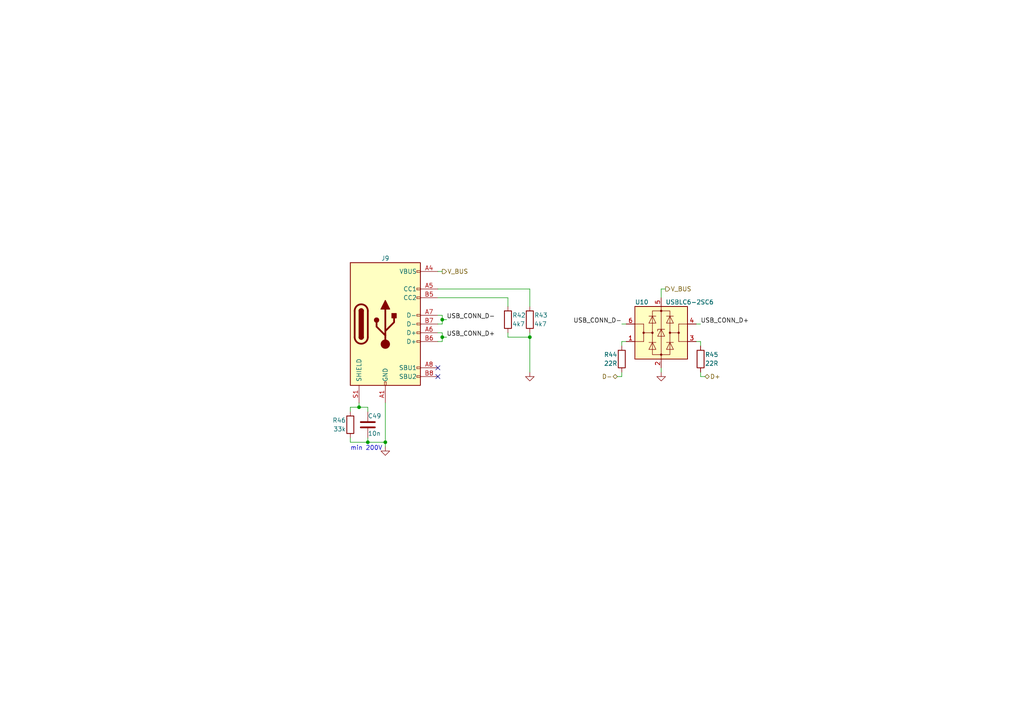
<source format=kicad_sch>
(kicad_sch (version 20230121) (generator eeschema)
  (paper "A4")
  (title_block (title "USB") (rev "0.1") (company "Power Supply "))
  (lib_symbols
    (symbol "Connector:USB_C_Receptacle_USB2.0" (pin_names (offset 1.016))
      (property "Reference" "J" (at -10.16 19.05 0))
      (property "Value" "USB_C_Receptacle_USB2.0" (at 19.05 19.05 0))
      (symbol "USB_C_Receptacle_USB2.0_0_0"
        (rectangle (start -0.254 -17.78) (end 0.254 -16.764))
        (rectangle (start 10.16 -14.986) (end 9.144 -15.494))
        (rectangle (start 10.16 -12.446) (end 9.144 -12.954))
        (rectangle (start 10.16 -4.826) (end 9.144 -5.334))
        (rectangle (start 10.16 -2.286) (end 9.144 -2.794))
        (rectangle (start 10.16 0.254) (end 9.144 -0.254))
        (rectangle (start 10.16 2.794) (end 9.144 2.286))
        (rectangle (start 10.16 7.874) (end 9.144 7.366))
        (rectangle (start 10.16 10.414) (end 9.144 9.906))
        (rectangle (start 10.16 15.494) (end 9.144 14.986))
      )
      (symbol "USB_C_Receptacle_USB2.0_0_1"
        (rectangle (start -10.16 17.78) (end 10.16 -17.78) (stroke (width 0.254)) (fill (type background)))
        (arc (start -8.89 -3.81) (mid -6.985 -5.7067) (end -5.08 -3.81) (stroke (width 0.508)))
        (arc (start -7.62 -3.81) (mid -6.985 -4.4423) (end -6.35 -3.81) (stroke (width 0.254)))
        (arc (start -7.62 -3.81) (mid -6.985 -4.4423) (end -6.35 -3.81) (stroke (width 0.254)) (fill (type outline)))
        (rectangle (start -7.62 -3.81) (end -6.35 3.81) (stroke (width 0.254)) (fill (type outline)))
        (arc (start -6.35 3.81) (mid -6.985 4.4423) (end -7.62 3.81) (stroke (width 0.254)))
        (arc (start -6.35 3.81) (mid -6.985 4.4423) (end -7.62 3.81) (stroke (width 0.254)) (fill (type outline)))
        (arc (start -5.08 3.81) (mid -6.985 5.7067) (end -8.89 3.81) (stroke (width 0.508)))
        (circle (center -2.54 1.143) (radius 0.635) (stroke (width 0.254)) (fill (type outline)))
        (circle (center 0 -5.842) (radius 1.27) (fill (type outline)))
        (polyline (pts (xy -8.89 -3.81) (xy -8.89 3.81)) (stroke (width 0.508)))
        (polyline (pts (xy -5.08 3.81) (xy -5.08 -3.81)) (stroke (width 0.508)))
        (polyline (pts (xy 0 -5.842) (xy 0 4.318)) (stroke (width 0.508)))
        (polyline (pts (xy 0 -3.302) (xy -2.54 -0.762) (xy -2.54 0.508)) (stroke (width 0.508)))
        (polyline (pts (xy 0 -2.032) (xy 2.54 0.508) (xy 2.54 1.778)) (stroke (width 0.508)))
        (polyline (pts (xy -1.27 4.318) (xy 0 6.858) (xy 1.27 4.318) (xy -1.27 4.318)) (stroke (width 0.254)) (fill (type outline)))
        (rectangle (start 1.905 1.778) (end 3.175 3.048) (stroke (width 0.254)) (fill (type outline)))
      )
      (symbol "USB_C_Receptacle_USB2.0_1_1"
        (pin passive line (at 0 -22.86 90) (length 5.08) (name "GND") (number "A1"))
        (pin passive line (at 0 -22.86 90) (length 5.08) hide (name "GND") (number "A12"))
        (pin passive line (at 15.24 15.24 180) (length 5.08) (name "VBUS") (number "A4"))
        (pin bidirectional line (at 15.24 10.16 180) (length 5.08) (name "CC1") (number "A5"))
        (pin bidirectional line (at 15.24 -2.54 180) (length 5.08) (name "D+") (number "A6"))
        (pin bidirectional line (at 15.24 2.54 180) (length 5.08) (name "D-") (number "A7"))
        (pin bidirectional line (at 15.24 -12.7 180) (length 5.08) (name "SBU1") (number "A8"))
        (pin passive line (at 15.24 15.24 180) (length 5.08) hide (name "VBUS") (number "A9"))
        (pin passive line (at 0 -22.86 90) (length 5.08) hide (name "GND") (number "B1"))
        (pin passive line (at 0 -22.86 90) (length 5.08) hide (name "GND") (number "B12"))
        (pin passive line (at 15.24 15.24 180) (length 5.08) hide (name "VBUS") (number "B4"))
        (pin bidirectional line (at 15.24 7.62 180) (length 5.08) (name "CC2") (number "B5"))
        (pin bidirectional line (at 15.24 -5.08 180) (length 5.08) (name "D+") (number "B6"))
        (pin bidirectional line (at 15.24 0 180) (length 5.08) (name "D-") (number "B7"))
        (pin bidirectional line (at 15.24 -15.24 180) (length 5.08) (name "SBU2") (number "B8"))
        (pin passive line (at 15.24 15.24 180) (length 5.08) hide (name "VBUS") (number "B9"))
        (pin passive line (at -7.62 -22.86 90) (length 5.08) (name "SHIELD") (number "S1"))
      )
    )
    (symbol "Device:C" (pin_numbers hide) (pin_names (offset 0.254))
      (property "Reference" "C" (at 0.635 2.54 0))
      (property "Value" "C" (at 0.635 -2.54 0))
      (symbol "C_0_1"
        (polyline (pts (xy -2.032 -0.762) (xy 2.032 -0.762)) (stroke (width 0.508)))
        (polyline (pts (xy -2.032 0.762) (xy 2.032 0.762)) (stroke (width 0.508)))
      )
      (symbol "C_1_1"
        (pin passive line (at 0 3.81 270) (length 2.794) (name "~") (number "1"))
        (pin passive line (at 0 -3.81 90) (length 2.794) (name "~") (number "2"))
      )
    )
    (symbol "Device:R" (pin_numbers hide) (pin_names (offset 0))
      (property "Reference" "R" (at 2.032 0 90))
      (property "Value" "R" (at 0 0 90))
      (symbol "R_0_1"
        (rectangle (start -1.016 -2.54) (end 1.016 2.54) (stroke (width 0.254)))
      )
      (symbol "R_1_1"
        (pin passive line (at 0 3.81 270) (length 1.27) (name "~") (number "1"))
        (pin passive line (at 0 -3.81 90) (length 1.27) (name "~") (number "2"))
      )
    )
    (symbol "Power_Protection:USBLC6-2SC6" (pin_names hide)
      (property "Reference" "U" (at 2.54 8.89 0))
      (property "Value" "USBLC6-2SC6" (at 2.54 -8.89 0))
      (symbol "USBLC6-2SC6_0_1"
        (rectangle (start -7.62 -7.62) (end 7.62 7.62) (stroke (width 0.254)) (fill (type background)))
        (circle (center -5.08 0) (radius 0.254) (fill (type outline)))
        (circle (center -2.54 0) (radius 0.254) (fill (type outline)))
        (rectangle (start -2.54 6.35) (end 2.54 -6.35))
        (circle (center 0 -6.35) (radius 0.254) (fill (type outline)))
        (polyline (pts (xy -5.08 -2.54) (xy -7.62 -2.54)))
        (polyline (pts (xy -5.08 0) (xy -5.08 -2.54)))
        (polyline (pts (xy -5.08 2.54) (xy -7.62 2.54)))
        (polyline (pts (xy -1.524 -2.794) (xy -3.556 -2.794)))
        (polyline (pts (xy -1.524 4.826) (xy -3.556 4.826)))
        (polyline (pts (xy 0 -7.62) (xy 0 -6.35)))
        (polyline (pts (xy 0 -6.35) (xy 0 1.27)))
        (polyline (pts (xy 0 1.27) (xy 0 6.35)))
        (polyline (pts (xy 0 6.35) (xy 0 7.62)))
        (polyline (pts (xy 1.524 -2.794) (xy 3.556 -2.794)))
        (polyline (pts (xy 1.524 4.826) (xy 3.556 4.826)))
        (polyline (pts (xy 5.08 -2.54) (xy 7.62 -2.54)))
        (polyline (pts (xy 5.08 0) (xy 5.08 -2.54)))
        (polyline (pts (xy 5.08 2.54) (xy 7.62 2.54)))
        (polyline (pts (xy -2.54 0) (xy -5.08 0) (xy -5.08 2.54)))
        (polyline (pts (xy 2.54 0) (xy 5.08 0) (xy 5.08 2.54)))
        (polyline (pts (xy -3.556 -4.826) (xy -1.524 -4.826) (xy -2.54 -2.794) (xy -3.556 -4.826)))
        (polyline (pts (xy -3.556 2.794) (xy -1.524 2.794) (xy -2.54 4.826) (xy -3.556 2.794)))
        (polyline (pts (xy -1.016 -1.016) (xy 1.016 -1.016) (xy 0 1.016) (xy -1.016 -1.016)))
        (polyline (pts (xy 1.016 1.016) (xy 0.762 1.016) (xy -1.016 1.016) (xy -1.016 0.508)))
        (polyline (pts (xy 3.556 -4.826) (xy 1.524 -4.826) (xy 2.54 -2.794) (xy 3.556 -4.826)))
        (polyline (pts (xy 3.556 2.794) (xy 1.524 2.794) (xy 2.54 4.826) (xy 3.556 2.794)))
        (circle (center 0 6.35) (radius 0.254) (fill (type outline)))
        (circle (center 2.54 0) (radius 0.254) (fill (type outline)))
        (circle (center 5.08 0) (radius 0.254) (fill (type outline)))
      )
      (symbol "USBLC6-2SC6_1_1"
        (pin passive line (at -10.16 -2.54 0) (length 2.54) (name "I/O1") (number "1"))
        (pin passive line (at 0 -10.16 90) (length 2.54) (name "GND") (number "2"))
        (pin passive line (at 10.16 -2.54 180) (length 2.54) (name "I/O2") (number "3"))
        (pin passive line (at 10.16 2.54 180) (length 2.54) (name "I/O2") (number "4"))
        (pin passive line (at 0 10.16 270) (length 2.54) (name "VBUS") (number "5"))
        (pin passive line (at -10.16 2.54 0) (length 2.54) (name "I/O1") (number "6"))
      )
    )
    (symbol "power:GND" (power) (pin_names (offset 0))
      (property "Value" "GND" (at 0 -3.81 0))
      (symbol "GND_0_1"
        (polyline (pts (xy 0 0) (xy 0 -1.27) (xy 1.27 -1.27) (xy 0 -2.54) (xy -1.27 -1.27) (xy 0 -1.27)))
      )
      (symbol "GND_1_1"
        (pin power_in line (at 0 0 270) (length 0) hide (name "GND") (number "1"))
      )
    )
  )
  (junction (at 111.76 128.27))
  (junction (at 104.14 118.11))
  (junction (at 106.68 128.27))
  (junction (at 153.67 97.79))
  (junction (at 128.27 97.79))
  (junction (at 128.27 92.71))
  (no_connect (at 127 109.22))
  (no_connect (at 127 106.68))
  (wire (pts (xy 128.27 92.71) (xy 128.27 91.44)))
  (wire (pts (xy 104.14 118.11) (xy 101.6 118.11)))
  (wire (pts (xy 127 99.06) (xy 128.27 99.06)))
  (wire (pts (xy 111.76 116.84) (xy 111.76 128.27)))
  (wire (pts (xy 128.27 92.71) (xy 129.54 92.71)))
  (wire (pts (xy 128.27 97.79) (xy 128.27 96.52)))
  (wire (pts (xy 127 86.36) (xy 147.32 86.36)))
  (wire (pts (xy 128.27 96.52) (xy 127 96.52)))
  (wire (pts (xy 101.6 118.11) (xy 101.6 119.38)))
  (wire (pts (xy 104.14 118.11) (xy 106.68 118.11)))
  (wire (pts (xy 204.47 109.22) (xy 203.2 109.22)))
  (wire (pts (xy 179.07 109.22) (xy 180.34 109.22)))
  (wire (pts (xy 147.32 97.79) (xy 153.67 97.79)))
  (wire (pts (xy 180.34 100.33) (xy 180.34 99.06)))
  (wire (pts (xy 127 83.82) (xy 153.67 83.82)))
  (wire (pts (xy 180.34 99.06) (xy 181.61 99.06)))
  (wire (pts (xy 147.32 86.36) (xy 147.32 88.9)))
  (wire (pts (xy 127 93.98) (xy 128.27 93.98)))
  (wire (pts (xy 128.27 91.44) (xy 127 91.44)))
  (wire (pts (xy 203.2 109.22) (xy 203.2 107.95)))
  (wire (pts (xy 153.67 96.52) (xy 153.67 97.79)))
  (wire (pts (xy 101.6 127) (xy 101.6 128.27)))
  (wire (pts (xy 191.77 106.68) (xy 191.77 107.95)))
  (wire (pts (xy 191.77 83.82) (xy 191.77 86.36)))
  (wire (pts (xy 180.34 93.98) (xy 181.61 93.98)))
  (wire (pts (xy 203.2 99.06) (xy 201.93 99.06)))
  (wire (pts (xy 111.76 128.27) (xy 111.76 129.54)))
  (wire (pts (xy 101.6 128.27) (xy 106.68 128.27)))
  (wire (pts (xy 201.93 93.98) (xy 203.2 93.98)))
  (wire (pts (xy 128.27 97.79) (xy 129.54 97.79)))
  (wire (pts (xy 106.68 128.27) (xy 106.68 127)))
  (wire (pts (xy 128.27 93.98) (xy 128.27 92.71)))
  (wire (pts (xy 203.2 100.33) (xy 203.2 99.06)))
  (wire (pts (xy 193.04 83.82) (xy 191.77 83.82)))
  (wire (pts (xy 104.14 116.84) (xy 104.14 118.11)))
  (wire (pts (xy 153.67 97.79) (xy 153.67 107.95)))
  (wire (pts (xy 106.68 128.27) (xy 111.76 128.27)))
  (wire (pts (xy 128.27 99.06) (xy 128.27 97.79)))
  (wire (pts (xy 128.27 78.74) (xy 127 78.74)))
  (wire (pts (xy 106.68 118.11) (xy 106.68 119.38)))
  (wire (pts (xy 153.67 88.9) (xy 153.67 83.82)))
  (wire (pts (xy 147.32 96.52) (xy 147.32 97.79)))
  (wire (pts (xy 180.34 109.22) (xy 180.34 107.95)))
  (text "min 200V" (at 101.6 130.81 0) (effects (font (size 1.27 1.27)) (justify left bottom)))
  (label "USB_CONN_D-" (at 129.54 92.71 0))
  (label "USB_CONN_D-" (at 180.34 93.98 180))
  (label "USB_CONN_D+" (at 203.2 93.98 0))
  (label "USB_CONN_D+" (at 129.54 97.79 0))
  (hierarchical_label "D+" (shape bidirectional) (at 204.47 109.22 0))
  (hierarchical_label "V_BUS" (shape output) (at 128.27 78.74 0))
  (hierarchical_label "D-" (shape bidirectional) (at 179.07 109.22 180))
  (hierarchical_label "V_BUS" (shape output) (at 193.04 83.82 0))
  (symbol (lib_id "power:GND") (at 111.76 129.54 0) (unit 1)
    (property "Reference" "#PWR094" (effects hide))
    (property "Value" "GND" (effects hide))
    (instances (project "sdrac_board" (path "" (reference "#PWR094") (unit 1))) (project "motor controller" (path "" (reference "#PWR075") (unit 1))))
  )
  (symbol (lib_id "power:GND") (at 191.77 107.95 0) (unit 1)
    (property "Reference" "#PWR093" (effects hide))
    (property "Value" "GND" (effects hide))
    (instances (project "sdrac_board" (path "" (reference "#PWR093") (unit 1))) (project "motor controller" (path "" (reference "#PWR077") (unit 1))))
  )
  (symbol (lib_id "Device:C") (at 106.68 123.19 0) (unit 1)
    (property "Reference" "C49" (at 106.68 120.65 0) (effects (justify left)))
    (property "Value" "10n" (at 106.68 125.73 0) (effects (justify left)))
    (property "Footprint" "Capacitor_SMD:C_0805_2012Metric" (effects hide))
    (instances (project "sdrac_board" (path "" (reference "C49") (unit 1))) (project "motor controller" (path "" (reference "C40") (unit 1))))
  )
  (symbol (lib_id "Device:R") (at 153.67 92.71 180) (unit 1)
    (property "Reference" "R43" (at 154.94 91.44 0) (effects (justify right)))
    (property "Value" "4k7" (at 154.94 93.98 0) (effects (justify right)))
    (property "Footprint" "Resistor_SMD:R_0402_1005Metric" (effects hide))
    (instances (project "sdrac_board" (path "" (reference "R43") (unit 1))) (project "motor controller" (path "" (reference "R42") (unit 1))))
  )
  (symbol (lib_id "Power_Protection:USBLC6-2SC6") (at 191.77 96.52 0) (unit 1)
    (property "Reference" "U10" (at 184.15 87.63 0) (effects (justify left)))
    (property "Value" "USBLC6-2SC6" (at 193.04 87.63 0) (effects (justify left)))
    (property "Footprint" "Package_TO_SOT_SMD:SOT-23-6" (effects hide))
    (property "Datasheet" "https://www.st.com/resource/en/datasheet/usblc6-2.pdf" (effects hide))
    (instances (project "sdrac_board" (path "" (reference "U10") (unit 1))) (project "motor controller" (path "" (reference "U9") (unit 1))))
  )
  (symbol (lib_id "Connector:USB_C_Receptacle_USB2.0") (at 111.76 93.98 0) (unit 1)
    (property "Reference" "J9" (at 111.76 74.93 0))
    (property "Value" "USB_C_Receptacle_USB2.0" (effects hide))
    (property "Footprint" "Connector_USB:USB_C_Receptacle_G-Switch_GT-USB-7010ASV" (effects hide))
    (property "Datasheet" "https://www.usb.org/sites/default/files/documents/usb_type-c.zip" (effects hide))
    (instances (project "sdrac_board" (path "" (reference "J9") (unit 1))) (project "motor controller" (path "" (reference "J6") (unit 1))))
  )
  (symbol (lib_id "Device:R") (at 147.32 92.71 0) (mirror x) (unit 1)
    (property "Reference" "R42" (at 148.59 91.44 0) (effects (justify left)))
    (property "Value" "4k7" (at 148.59 93.98 0) (effects (justify left)))
    (property "Footprint" "Resistor_SMD:R_0402_1005Metric" (effects hide))
    (instances (project "sdrac_board" (path "" (reference "R42") (unit 1))) (project "motor controller" (path "" (reference "R41") (unit 1))))
  )
  (symbol (lib_id "Device:R") (at 180.34 104.14 0) (mirror y) (unit 1)
    (property "Reference" "R44" (at 179.07 102.87 0) (effects (justify left)))
    (property "Value" "22R" (at 179.07 105.41 0) (effects (justify left)))
    (property "Footprint" "Resistor_SMD:R_0402_1005Metric" (effects hide))
    (instances (project "sdrac_board" (path "" (reference "R44") (unit 1))) (project "motor controller" (path "" (reference "R43") (unit 1))))
  )
  (symbol (lib_id "Device:R") (at 203.2 104.14 0) (unit 1)
    (property "Reference" "R45" (at 204.47 102.87 0) (effects (justify left)))
    (property "Value" "22R" (at 204.47 105.41 0) (effects (justify left)))
    (property "Footprint" "Resistor_SMD:R_0402_1005Metric" (effects hide))
    (instances (project "sdrac_board" (path "" (reference "R45") (unit 1))) (project "motor controller" (path "" (reference "R44") (unit 1))))
  )
  (symbol (lib_id "power:GND") (at 153.67 107.95 0) (unit 1)
    (property "Reference" "#PWR092" (effects hide))
    (property "Value" "GND" (effects hide))
    (instances (project "sdrac_board" (path "" (reference "#PWR092") (unit 1))) (project "motor controller" (path "" (reference "#PWR076") (unit 1))))
  )
  (symbol (lib_id "Device:R") (at 101.6 123.19 0) (unit 1)
    (property "Reference" "R46" (at 100.33 121.92 0) (effects (justify right)))
    (property "Value" "33k" (at 100.33 124.46 0) (effects (justify right)))
    (property "Footprint" "Resistor_SMD:R_0603_1608Metric" (effects hide))
    (instances (project "sdrac_board" (path "" (reference "R46") (unit 1))) (project "motor controller" (path "" (reference "R40") (unit 1))))
  )
)
</source>
